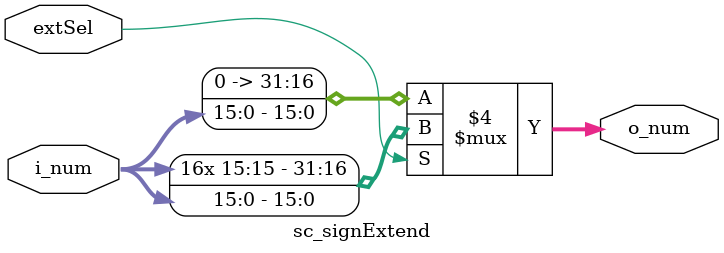
<source format=v>
`timescale 1ns / 1ps
module sc_signExtend(i_num, extSel, o_num
    );
  input wire[15:0] i_num;
  input wire extSel;
  output reg[31:0] o_num;
  initial begin
    o_num = 0;
  end
  always @(i_num or extSel) begin
    if (extSel) begin
      o_num <= {{16{i_num[15]}}, i_num[15:0]};
    end else begin
	    o_num <= {{16{0}}, i_num[15:0]};
	 end
  end

endmodule

</source>
